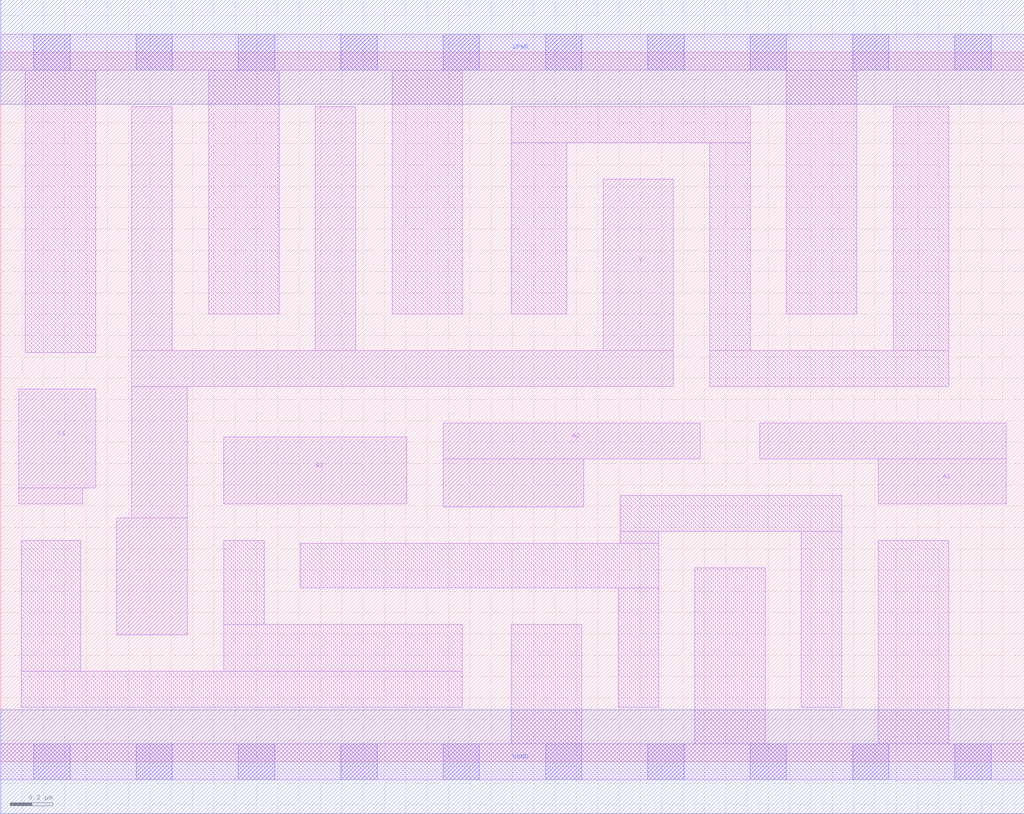
<source format=lef>
# Copyright 2020 The SkyWater PDK Authors
#
# Licensed under the Apache License, Version 2.0 (the "License");
# you may not use this file except in compliance with the License.
# You may obtain a copy of the License at
#
#     https://www.apache.org/licenses/LICENSE-2.0
#
# Unless required by applicable law or agreed to in writing, software
# distributed under the License is distributed on an "AS IS" BASIS,
# WITHOUT WARRANTIES OR CONDITIONS OF ANY KIND, either express or implied.
# See the License for the specific language governing permissions and
# limitations under the License.
#
# SPDX-License-Identifier: Apache-2.0

VERSION 5.7 ;
  NAMESCASESENSITIVE ON ;
  NOWIREEXTENSIONATPIN ON ;
  DIVIDERCHAR "/" ;
  BUSBITCHARS "[]" ;
UNITS
  DATABASE MICRONS 200 ;
END UNITS
MACRO sky130_fd_sc_lp__o211ai_2
  CLASS CORE ;
  SOURCE USER ;
  FOREIGN sky130_fd_sc_lp__o211ai_2 ;
  ORIGIN  0.000000  0.000000 ;
  SIZE  4.800000 BY  3.330000 ;
  SYMMETRY X Y R90 ;
  SITE unit ;
  PIN A1
    ANTENNAGATEAREA  0.630000 ;
    DIRECTION INPUT ;
    USE SIGNAL ;
    PORT
      LAYER li1 ;
        RECT 3.560000 1.420000 4.715000 1.590000 ;
        RECT 4.115000 1.210000 4.715000 1.420000 ;
    END
  END A1
  PIN A2
    ANTENNAGATEAREA  0.630000 ;
    DIRECTION INPUT ;
    USE SIGNAL ;
    PORT
      LAYER li1 ;
        RECT 2.075000 1.195000 2.735000 1.420000 ;
        RECT 2.075000 1.420000 3.280000 1.590000 ;
    END
  END A2
  PIN B1
    ANTENNAGATEAREA  0.630000 ;
    DIRECTION INPUT ;
    USE SIGNAL ;
    PORT
      LAYER li1 ;
        RECT 1.045000 1.210000 1.905000 1.525000 ;
    END
  END B1
  PIN C1
    ANTENNAGATEAREA  0.630000 ;
    DIRECTION INPUT ;
    USE SIGNAL ;
    PORT
      LAYER li1 ;
        RECT 0.085000 1.210000 0.385000 1.285000 ;
        RECT 0.085000 1.285000 0.445000 1.750000 ;
    END
  END C1
  PIN Y
    ANTENNADIFFAREA  1.293600 ;
    DIRECTION OUTPUT ;
    USE SIGNAL ;
    PORT
      LAYER li1 ;
        RECT 0.545000 0.595000 0.875000 1.145000 ;
        RECT 0.615000 1.145000 0.875000 1.760000 ;
        RECT 0.615000 1.760000 3.155000 1.930000 ;
        RECT 0.615000 1.930000 0.805000 3.075000 ;
        RECT 1.475000 1.930000 1.665000 3.075000 ;
        RECT 2.825000 1.930000 3.155000 2.735000 ;
    END
  END Y
  PIN VGND
    DIRECTION INOUT ;
    USE GROUND ;
    PORT
      LAYER met1 ;
        RECT 0.000000 -0.245000 4.800000 0.245000 ;
    END
  END VGND
  PIN VPWR
    DIRECTION INOUT ;
    USE POWER ;
    PORT
      LAYER met1 ;
        RECT 0.000000 3.085000 4.800000 3.575000 ;
    END
  END VPWR
  OBS
    LAYER li1 ;
      RECT 0.000000 -0.085000 4.800000 0.085000 ;
      RECT 0.000000  3.245000 4.800000 3.415000 ;
      RECT 0.095000  0.255000 2.165000 0.425000 ;
      RECT 0.095000  0.425000 0.375000 1.040000 ;
      RECT 0.115000  1.920000 0.445000 3.245000 ;
      RECT 0.975000  2.100000 1.305000 3.245000 ;
      RECT 1.045000  0.425000 2.165000 0.645000 ;
      RECT 1.045000  0.645000 1.235000 1.040000 ;
      RECT 1.405000  0.815000 3.085000 1.025000 ;
      RECT 1.835000  2.100000 2.165000 3.245000 ;
      RECT 2.395000  0.085000 2.725000 0.645000 ;
      RECT 2.395000  2.100000 2.655000 2.905000 ;
      RECT 2.395000  2.905000 3.515000 3.075000 ;
      RECT 2.895000  0.255000 3.085000 0.815000 ;
      RECT 2.905000  1.025000 3.085000 1.080000 ;
      RECT 2.905000  1.080000 3.945000 1.250000 ;
      RECT 3.255000  0.085000 3.585000 0.910000 ;
      RECT 3.325000  1.760000 4.445000 1.930000 ;
      RECT 3.325000  1.930000 3.515000 2.905000 ;
      RECT 3.685000  2.100000 4.015000 3.245000 ;
      RECT 3.755000  0.255000 3.945000 1.080000 ;
      RECT 4.115000  0.085000 4.445000 1.040000 ;
      RECT 4.185000  1.930000 4.445000 3.075000 ;
    LAYER mcon ;
      RECT 0.155000 -0.085000 0.325000 0.085000 ;
      RECT 0.155000  3.245000 0.325000 3.415000 ;
      RECT 0.635000 -0.085000 0.805000 0.085000 ;
      RECT 0.635000  3.245000 0.805000 3.415000 ;
      RECT 1.115000 -0.085000 1.285000 0.085000 ;
      RECT 1.115000  3.245000 1.285000 3.415000 ;
      RECT 1.595000 -0.085000 1.765000 0.085000 ;
      RECT 1.595000  3.245000 1.765000 3.415000 ;
      RECT 2.075000 -0.085000 2.245000 0.085000 ;
      RECT 2.075000  3.245000 2.245000 3.415000 ;
      RECT 2.555000 -0.085000 2.725000 0.085000 ;
      RECT 2.555000  3.245000 2.725000 3.415000 ;
      RECT 3.035000 -0.085000 3.205000 0.085000 ;
      RECT 3.035000  3.245000 3.205000 3.415000 ;
      RECT 3.515000 -0.085000 3.685000 0.085000 ;
      RECT 3.515000  3.245000 3.685000 3.415000 ;
      RECT 3.995000 -0.085000 4.165000 0.085000 ;
      RECT 3.995000  3.245000 4.165000 3.415000 ;
      RECT 4.475000 -0.085000 4.645000 0.085000 ;
      RECT 4.475000  3.245000 4.645000 3.415000 ;
  END
END sky130_fd_sc_lp__o211ai_2
END LIBRARY

</source>
